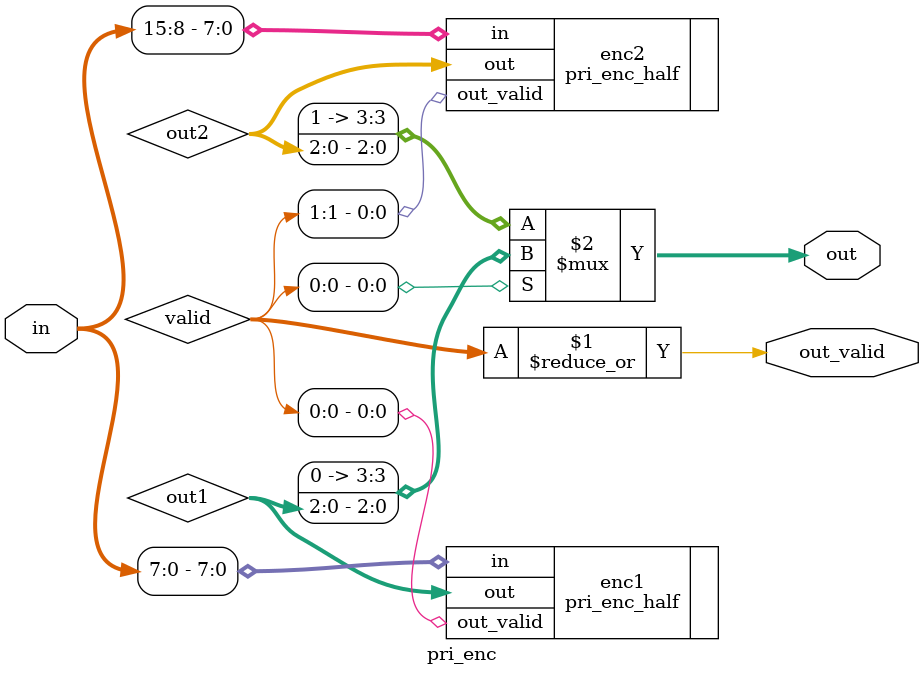
<source format=sv>
module pri_enc #(parameter WIDTH = 16, parameter LOG_WIDTH = 4) (
    input logic [WIDTH-1:0] in,
    output logic [LOG_WIDTH-1:0] out,
    output logic out_valid
    );
    
    logic [1:0] valid;
    logic [LOG_WIDTH-2:0] out1, out2;

    pri_enc_half #(WIDTH/2, LOG_WIDTH-1) enc1(
        .in(in[WIDTH/2 -1:0]), 
        .out(out1),
        .out_valid(valid[0])
    );
   
    pri_enc_half #(WIDTH/2, LOG_WIDTH-1) enc2(
        .in(in[WIDTH-1:WIDTH/2]), 
        .out(out2),
        .out_valid(valid[1])
    );
    
    assign out_valid = |valid; 
    assign out = valid[0] ? {1'b0, out1} : {1'b1, out2};
   
endmodule 
    

</source>
